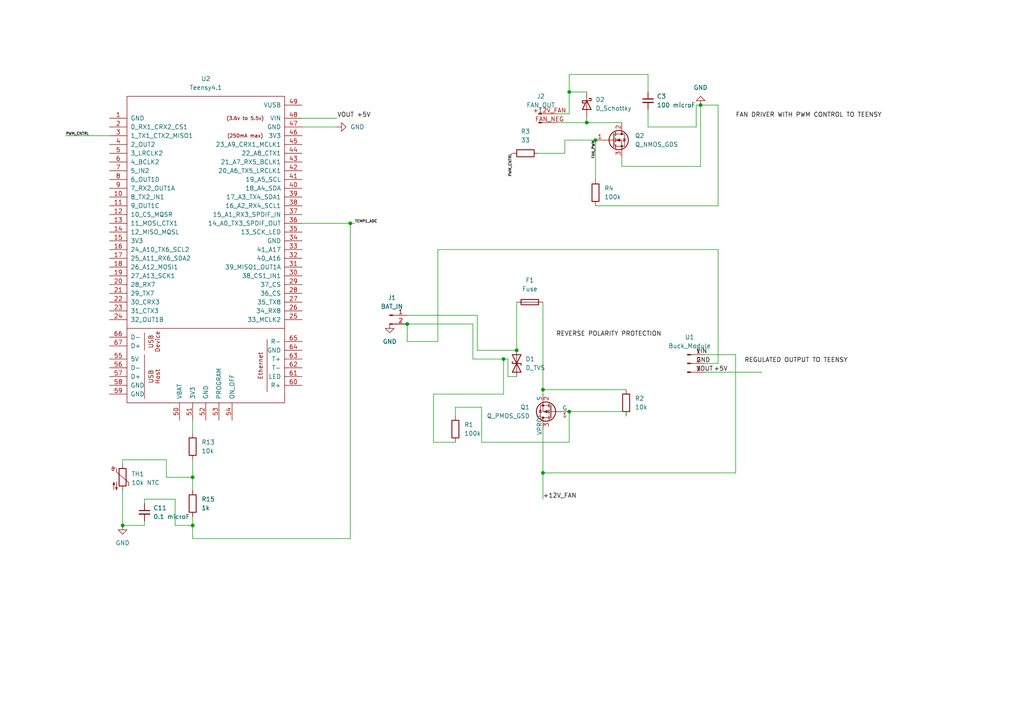
<source format=kicad_sch>
(kicad_sch (version 20250114) (generator "eeschema") (generator_version "9.0")
  (paper "A4")
  (lib_symbols
    (symbol "Conn_01x02_Pin_1" (pin_names (offset 1.016) (hide yes))
      (property "Reference" "J2" (at 0.635 5.08 0))
      (property "Value" "FAN_OUT" (at 0.635 2.54 0))
      (symbol "Conn_01x02_Pin_1_1_1"
        (rectangle (start 0.8636 0.127) (end 0 -0.127) (stroke (width 0.1524)) (fill (type outline)))
        (rectangle (start 0.8636 -2.413) (end 0 -2.667) (stroke (width 0.1524)) (fill (type outline)))
        (polyline (pts (xy 1.27 0) (xy 0.8636 0)) (stroke (width 0.1524)))
        (polyline (pts (xy 1.27 -2.54) (xy 0.8636 -2.54)) (stroke (width 0.1524)))
        (pin passive line (at 5.08 0 180) (length 3.81) (name "Pin_1") (number "+12V_FAN"))
        (pin passive line (at 5.08 -2.54 180) (length 3.81) (name "Pin_2") (number "FAN_NEG"))
      )
    )
    (symbol "Connector:Conn_01x02_Pin" (pin_names (offset 1.016) (hide yes))
      (property "Reference" "J" (at 0 2.54 0))
      (property "Value" "Conn_01x02_Pin" (at 0 -5.08 0))
      (symbol "Conn_01x02_Pin_1_1"
        (rectangle (start 0.8636 0.127) (end 0 -0.127) (stroke (width 0.1524)) (fill (type outline)))
        (rectangle (start 0.8636 -2.413) (end 0 -2.667) (stroke (width 0.1524)) (fill (type outline)))
        (polyline (pts (xy 1.27 0) (xy 0.8636 0)) (stroke (width 0.1524)))
        (polyline (pts (xy 1.27 -2.54) (xy 0.8636 -2.54)) (stroke (width 0.1524)))
        (pin passive line (at 5.08 0 180) (length 3.81) (name "Pin_1") (number "1"))
        (pin passive line (at 5.08 -2.54 180) (length 3.81) (name "Pin_2") (number "2"))
      )
    )
    (symbol "Connector:Conn_01x03_Pin" (pin_names (offset 1.016) (hide yes))
      (property "Reference" "J" (at 0 5.08 0))
      (property "Value" "Conn_01x03_Pin" (at 0 -5.08 0))
      (symbol "Conn_01x03_Pin_1_1"
        (rectangle (start 0.8636 2.667) (end 0 2.413) (stroke (width 0.1524)) (fill (type outline)))
        (rectangle (start 0.8636 0.127) (end 0 -0.127) (stroke (width 0.1524)) (fill (type outline)))
        (rectangle (start 0.8636 -2.413) (end 0 -2.667) (stroke (width 0.1524)) (fill (type outline)))
        (polyline (pts (xy 1.27 2.54) (xy 0.8636 2.54)) (stroke (width 0.1524)))
        (polyline (pts (xy 1.27 0) (xy 0.8636 0)) (stroke (width 0.1524)))
        (polyline (pts (xy 1.27 -2.54) (xy 0.8636 -2.54)) (stroke (width 0.1524)))
        (pin passive line (at 5.08 2.54 180) (length 3.81) (name "Pin_1") (number "1"))
        (pin passive line (at 5.08 0 180) (length 3.81) (name "Pin_2") (number "2"))
        (pin passive line (at 5.08 -2.54 180) (length 3.81) (name "Pin_3") (number "3"))
      )
    )
    (symbol "Device:C_Small" (pin_numbers (hide yes)) (pin_names (offset 0.254) (hide yes))
      (property "Reference" "C" (at 0.254 1.778 0))
      (property "Value" "C_Small" (at 0.254 -2.032 0))
      (symbol "C_Small_0_1"
        (polyline (pts (xy -1.524 0.508) (xy 1.524 0.508)) (stroke (width 0.3048)))
        (polyline (pts (xy -1.524 -0.508) (xy 1.524 -0.508)) (stroke (width 0.3302)))
      )
      (symbol "C_Small_1_1"
        (pin passive line (at 0 2.54 270) (length 2.032) (name "~") (number "1"))
        (pin passive line (at 0 -2.54 90) (length 2.032) (name "~") (number "2"))
      )
    )
    (symbol "Device:D_Schottky" (pin_numbers (hide yes)) (pin_names (offset 1.016) (hide yes))
      (property "Reference" "D" (at 0 2.54 0))
      (property "Value" "D_Schottky" (at 0 -2.54 0))
      (symbol "D_Schottky_0_1"
        (polyline (pts (xy -1.905 0.635) (xy -1.905 1.27) (xy -1.27 1.27) (xy -1.27 -1.27) (xy -0.635 -1.27) (xy -0.635 -0.635)) (stroke (width 0.254)))
        (polyline (pts (xy 1.27 1.27) (xy 1.27 -1.27) (xy -1.27 0) (xy 1.27 1.27)) (stroke (width 0.254)))
        (polyline (pts (xy 1.27 0) (xy -1.27 0)))
      )
      (symbol "D_Schottky_1_1"
        (pin passive line (at -3.81 0 0) (length 2.54) (name "K") (number "1"))
        (pin passive line (at 3.81 0 180) (length 2.54) (name "A") (number "2"))
      )
    )
    (symbol "Device:D_TVS" (pin_numbers (hide yes)) (pin_names (offset 1.016) (hide yes))
      (property "Reference" "D" (at 0 2.54 0))
      (property "Value" "D_TVS" (at 0 -2.54 0))
      (symbol "D_TVS_0_1"
        (polyline (pts (xy -2.54 1.27) (xy -2.54 -1.27) (xy 2.54 1.27) (xy 2.54 -1.27) (xy -2.54 1.27)) (stroke (width 0.254)))
        (polyline (pts (xy 0.508 1.27) (xy 0 1.27) (xy 0 -1.27) (xy -0.508 -1.27)) (stroke (width 0.254)))
        (polyline (pts (xy 1.27 0) (xy -1.27 0)))
      )
      (symbol "D_TVS_1_1"
        (pin passive line (at -3.81 0 0) (length 2.54) (name "A1") (number "1"))
        (pin passive line (at 3.81 0 180) (length 2.54) (name "A2") (number "2"))
      )
    )
    (symbol "Device:Fuse" (pin_numbers (hide yes)) (pin_names (offset 0))
      (property "Reference" "F" (at 2.032 0 90))
      (property "Value" "Fuse" (at -1.905 0 90))
      (symbol "Fuse_0_1"
        (rectangle (start -0.762 -2.54) (end 0.762 2.54) (stroke (width 0.254)))
        (polyline (pts (xy 0 2.54) (xy 0 -2.54)))
      )
      (symbol "Fuse_1_1"
        (pin passive line (at 0 3.81 270) (length 1.27) (name "~") (number "1"))
        (pin passive line (at 0 -3.81 90) (length 1.27) (name "~") (number "2"))
      )
    )
    (symbol "Device:R" (pin_numbers (hide yes)) (pin_names (offset 0))
      (property "Reference" "R" (at 2.032 0 90))
      (property "Value" "R" (at 0 0 90))
      (symbol "R_0_1"
        (rectangle (start -1.016 -2.54) (end 1.016 2.54) (stroke (width 0.254)))
      )
      (symbol "R_1_1"
        (pin passive line (at 0 3.81 270) (length 1.27) (name "~") (number "1"))
        (pin passive line (at 0 -3.81 90) (length 1.27) (name "~") (number "2"))
      )
    )
    (symbol "Device:Thermistor_NTC" (pin_numbers (hide yes)) (pin_names (offset 0))
      (property "Reference" "TH" (at -4.445 0 90))
      (property "Value" "Thermistor_NTC" (at 3.175 0 90))
      (symbol "Thermistor_NTC_0_1"
        (arc (start -3.175 2.413) (mid -3.0506 2.3165) (end -3.048 2.159))
        (arc (start -3.048 2.794) (mid -2.9736 2.9736) (end -2.794 3.048))
        (arc (start -2.794 3.048) (mid -2.6144 2.9736) (end -2.54 2.794))
        (arc (start -2.794 2.54) (mid -2.9736 2.6144) (end -3.048 2.794))
        (arc (start -2.794 1.905) (mid -2.9736 1.9794) (end -3.048 2.159))
        (arc (start -2.54 2.159) (mid -2.6144 1.9794) (end -2.794 1.905))
        (arc (start -2.159 2.794) (mid -2.434 2.5608) (end -2.794 2.54))
        (polyline (pts (xy -2.54 2.159) (xy -2.54 2.794)))
        (polyline (pts (xy -2.54 -3.683) (xy -2.54 -1.397) (xy -2.794 -2.159) (xy -2.286 -2.159) (xy -2.54 -1.397) (xy -2.54 -1.651)) (fill (type outline)))
        (polyline (pts (xy -1.778 2.54) (xy -1.778 1.524) (xy 1.778 -1.524) (xy 1.778 -2.54)))
        (polyline (pts (xy -1.778 -1.397) (xy -1.778 -3.683) (xy -2.032 -2.921) (xy -1.524 -2.921) (xy -1.778 -3.683) (xy -1.778 -3.429)) (fill (type outline)))
        (rectangle (start -1.016 2.54) (end 1.016 -2.54) (stroke (width 0.254)))
      )
      (symbol "Thermistor_NTC_1_1"
        (pin passive line (at 0 3.81 270) (length 1.27) (name "~") (number "1"))
        (pin passive line (at 0 -3.81 90) (length 1.27) (name "~") (number "2"))
      )
    )
    (symbol "Transistor_FET:Q_NMOS_GDS" (pin_names (offset 0) (hide yes))
      (property "Reference" "Q" (at 5.08 1.905 0))
      (property "Value" "Q_NMOS_GDS" (at 5.08 0 0))
      (symbol "Q_NMOS_GDS_0_1"
        (polyline (pts (xy 0.254 1.905) (xy 0.254 -1.905)) (stroke (width 0.254)))
        (polyline (pts (xy 0.254 0) (xy -2.54 0)))
        (polyline (pts (xy 0.762 2.286) (xy 0.762 1.27)) (stroke (width 0.254)))
        (polyline (pts (xy 0.762 0.508) (xy 0.762 -0.508)) (stroke (width 0.254)))
        (polyline (pts (xy 0.762 -1.27) (xy 0.762 -2.286)) (stroke (width 0.254)))
        (polyline (pts (xy 0.762 -1.778) (xy 3.302 -1.778) (xy 3.302 1.778) (xy 0.762 1.778)))
        (polyline (pts (xy 1.016 0) (xy 2.032 0.381) (xy 2.032 -0.381) (xy 1.016 0)) (fill (type outline)))
        (circle (center 1.651 0) (radius 2.794) (stroke (width 0.254)))
        (polyline (pts (xy 2.54 2.54) (xy 2.54 1.778)))
        (circle (center 2.54 1.778) (radius 0.254) (fill (type outline)))
        (circle (center 2.54 -1.778) (radius 0.254) (fill (type outline)))
        (polyline (pts (xy 2.54 -2.54) (xy 2.54 0) (xy 0.762 0)))
        (polyline (pts (xy 2.921 0.381) (xy 3.683 0.381)))
        (polyline (pts (xy 3.302 0.381) (xy 2.921 -0.254) (xy 3.683 -0.254) (xy 3.302 0.381)))
      )
      (symbol "Q_NMOS_GDS_1_1"
        (pin input line (at -5.08 0 0) (length 2.54) (name "G") (number "1"))
        (pin passive line (at 2.54 5.08 270) (length 2.54) (name "D") (number "2"))
        (pin passive line (at 2.54 -5.08 90) (length 2.54) (name "S") (number "3"))
      )
    )
    (symbol "Transistor_FET:Q_PMOS_GSD" (pin_names (offset 0))
      (property "Reference" "Q1" (at 6.35 -1.2701 0))
      (property "Value" "Q_PMOS_GSD" (at 6.35 1.2699 0))
      (symbol "Q_PMOS_GSD_0_1"
        (polyline (pts (xy 0.254 1.905) (xy 0.254 -1.905)) (stroke (width 0.254)))
        (polyline (pts (xy 0.254 0) (xy -2.54 0)))
        (polyline (pts (xy 0.762 2.286) (xy 0.762 1.27)) (stroke (width 0.254)))
        (polyline (pts (xy 0.762 1.778) (xy 3.302 1.778) (xy 3.302 -1.778) (xy 0.762 -1.778)))
        (polyline (pts (xy 0.762 0.508) (xy 0.762 -0.508)) (stroke (width 0.254)))
        (polyline (pts (xy 0.762 -1.27) (xy 0.762 -2.286)) (stroke (width 0.254)))
        (circle (center 1.651 0) (radius 2.794) (stroke (width 0.254)))
        (polyline (pts (xy 2.286 0) (xy 1.27 0.381) (xy 1.27 -0.381) (xy 2.286 0)) (fill (type outline)))
        (polyline (pts (xy 2.54 2.54) (xy 2.54 1.778)))
        (circle (center 2.54 1.778) (radius 0.254) (fill (type outline)))
        (circle (center 2.54 -1.778) (radius 0.254) (fill (type outline)))
        (polyline (pts (xy 2.54 -2.54) (xy 2.54 0) (xy 0.762 0)))
        (polyline (pts (xy 2.921 -0.381) (xy 3.683 -0.381)))
        (polyline (pts (xy 3.302 -0.381) (xy 2.921 0.254) (xy 3.683 0.254) (xy 3.302 -0.381)))
      )
      (symbol "Q_PMOS_GSD_1_1"
        (pin input line (at -5.08 0 0) (length 2.54) (name "G") (number "1"))
        (pin passive line (at 2.54 5.08 270) (length 2.54) (name "VPROT") (number "3"))
        (pin passive line (at 2.54 -5.08 90) (length 2.54) (name "S") (number "2"))
      )
    )
    (symbol "power:GND" (power) (pin_numbers (hide yes)) (pin_names (offset 0) (hide yes))
      (property "Value" "GND" (at 0 -3.81 0))
      (symbol "GND_0_1"
        (polyline (pts (xy 0 0) (xy 0 -1.27) (xy 1.27 -1.27) (xy 0 -2.54) (xy -1.27 -1.27) (xy 0 -1.27)))
      )
      (symbol "GND_1_1"
        (pin power_in line (at 0 0 270) (length 0) (name "~") (number "1"))
      )
    )
    (symbol "teensy:Teensy4.1" (pin_names (offset 1.016))
      (property "Reference" "U" (at 0 64.77 0))
      (property "Value" "Teensy4.1" (at 0 62.23 0))
      (symbol "Teensy4.1_0_0"
        (polyline (pts (xy -22.86 -6.35) (xy 22.86 -6.35)))
        (polyline (pts (xy -17.78 -7.62) (xy -17.78 -12.7)))
        (polyline (pts (xy -17.78 -26.67) (xy -17.78 -13.97)))
        (polyline (pts (xy 17.78 -9.525) (xy 17.78 -24.765)))
        (text "USB" (at -15.875 -10.16 900) (effects (font (size 1.27 1.27))))
        (text "USB" (at -15.875 -20.32 900) (effects (font (size 1.27 1.27))))
        (text "Device" (at -13.97 -10.16 900) (effects (font (size 1.27 1.27))))
        (text "Host" (at -13.97 -20.32 900) (effects (font (size 1.27 1.27))))
        (text "(3.6v to 5.5v)" (at 11.43 54.61 0) (effects (font (size 1.016 1.016))))
        (text "(250mA max)" (at 11.43 49.53 0) (effects (font (size 1.016 1.016))))
        (text "Ethernet" (at 15.875 -17.145 900) (effects (font (size 1.27 1.27))))
        (pin bidirectional line (at -27.94 44.45 0) (length 5.08) (name "3_LRCLK2") (number "5"))
        (pin bidirectional line (at -27.94 41.91 0) (length 5.08) (name "4_BCLK2") (number "6"))
        (pin bidirectional line (at -27.94 39.37 0) (length 5.08) (name "5_IN2") (number "7"))
        (pin bidirectional line (at -27.94 36.83 0) (length 5.08) (name "6_OUT1D") (number "8"))
        (pin bidirectional line (at -27.94 34.29 0) (length 5.08) (name "7_RX2_OUT1A") (number "9"))
        (pin bidirectional line (at -27.94 31.75 0) (length 5.08) (name "8_TX2_IN1") (number "10"))
        (pin bidirectional line (at -27.94 29.21 0) (length 5.08) (name "9_OUT1C") (number "11"))
        (pin bidirectional line (at -27.94 26.67 0) (length 5.08) (name "10_CS_MQSR") (number "12"))
        (pin bidirectional line (at -27.94 24.13 0) (length 5.08) (name "11_MOSI_CTX1") (number "13"))
        (pin bidirectional line (at -27.94 21.59 0) (length 5.08) (name "12_MISO_MQSL") (number "14"))
        (pin power_in line (at -27.94 19.05 0) (length 5.08) (name "3V3") (number "15"))
        (pin bidirectional line (at -27.94 16.51 0) (length 5.08) (name "24_A10_TX6_SCL2") (number "16"))
        (pin bidirectional line (at -27.94 13.97 0) (length 5.08) (name "25_A11_RX6_SDA2") (number "17"))
        (pin bidirectional line (at -27.94 11.43 0) (length 5.08) (name "26_A12_MOSI1") (number "18"))
        (pin bidirectional line (at -27.94 8.89 0) (length 5.08) (name "27_A13_SCK1") (number "19"))
        (pin bidirectional line (at -27.94 6.35 0) (length 5.08) (name "28_RX7") (number "20"))
        (pin bidirectional line (at -27.94 3.81 0) (length 5.08) (name "29_TX7") (number "21"))
        (pin bidirectional line (at -27.94 1.27 0) (length 5.08) (name "30_CRX3") (number "22"))
        (pin bidirectional line (at -27.94 -1.27 0) (length 5.08) (name "31_CTX3") (number "23"))
        (pin bidirectional line (at -27.94 -3.81 0) (length 5.08) (name "32_OUT1B") (number "24"))
        (pin bidirectional line (at -27.94 -8.89 0) (length 5.08) (name "D-") (number "66"))
        (pin bidirectional line (at -27.94 -11.43 0) (length 5.08) (name "D+") (number "67"))
        (pin power_out line (at -27.94 -15.24 0) (length 5.08) (name "5V") (number "55"))
        (pin bidirectional line (at -27.94 -17.78 0) (length 5.08) (name "D-") (number "56"))
        (pin bidirectional line (at -27.94 -20.32 0) (length 5.08) (name "D+") (number "57"))
        (pin power_in line (at -27.94 -22.86 0) (length 5.08) (name "GND") (number "58"))
        (pin power_in line (at -27.94 -25.4 0) (length 5.08) (name "GND") (number "59"))
        (pin power_in line (at -7.62 -33.02 90) (length 5.08) (name "VBAT") (number "50"))
        (pin power_in line (at -3.81 -33.02 90) (length 5.08) (name "3V3") (number "51"))
        (pin input line (at 0 -33.02 90) (length 5.08) (name "GND") (number "52"))
        (pin input line (at 3.81 -33.02 90) (length 5.08) (name "PROGRAM") (number "53"))
        (pin input line (at 7.62 -33.02 90) (length 5.08) (name "ON_OFF") (number "54"))
        (pin power_out line (at 27.94 58.42 180) (length 5.08) (name "VUSB") (number "49"))
        (pin power_in line (at 27.94 54.61 180) (length 5.08) (name "VIN") (number "48"))
        (pin output line (at 27.94 52.07 180) (length 5.08) (name "GND") (number "47"))
        (pin output line (at 27.94 49.53 180) (length 5.08) (name "3V3") (number "46"))
        (pin bidirectional line (at 27.94 46.99 180) (length 5.08) (name "23_A9_CRX1_MCLK1") (number "45"))
        (pin bidirectional line (at 27.94 44.45 180) (length 5.08) (name "22_A8_CTX1") (number "44"))
        (pin bidirectional line (at 27.94 41.91 180) (length 5.08) (name "21_A7_RX5_BCLK1") (number "43"))
        (pin bidirectional line (at 27.94 39.37 180) (length 5.08) (name "20_A6_TX5_LRCLK1") (number "42"))
        (pin bidirectional line (at 27.94 36.83 180) (length 5.08) (name "19_A5_SCL") (number "41"))
        (pin bidirectional line (at 27.94 34.29 180) (length 5.08) (name "18_A4_SDA") (number "40"))
        (pin bidirectional line (at 27.94 31.75 180) (length 5.08) (name "17_A3_TX4_SDA1") (number "39"))
        (pin bidirectional line (at 27.94 29.21 180) (length 5.08) (name "16_A2_RX4_SCL1") (number "38"))
        (pin bidirectional line (at 27.94 26.67 180) (length 5.08) (name "15_A1_RX3_SPDIF_IN") (number "37"))
        (pin bidirectional line (at 27.94 24.13 180) (length 5.08) (name "14_A0_TX3_SPDIF_OUT") (number "36"))
        (pin bidirectional line (at 27.94 21.59 180) (length 5.08) (name "13_SCK_LED") (number "35"))
        (pin bidirectional line (at 27.94 16.51 180) (length 5.08) (name "41_A17") (number "33"))
        (pin bidirectional line (at 27.94 13.97 180) (length 5.08) (name "40_A16") (number "32"))
        (pin bidirectional line (at 27.94 11.43 180) (length 5.08) (name "39_MISO1_OUT1A") (number "31"))
        (pin bidirectional line (at 27.94 8.89 180) (length 5.08) (name "38_CS1_IN1") (number "30"))
        (pin bidirectional line (at 27.94 6.35 180) (length 5.08) (name "37_CS") (number "29"))
        (pin bidirectional line (at 27.94 3.81 180) (length 5.08) (name "36_CS") (number "28"))
        (pin bidirectional line (at 27.94 1.27 180) (length 5.08) (name "35_TX8") (number "27"))
        (pin bidirectional line (at 27.94 -1.27 180) (length 5.08) (name "34_RX8") (number "26"))
        (pin bidirectional line (at 27.94 -3.81 180) (length 5.08) (name "33_MCLK2") (number "25"))
        (pin bidirectional line (at 27.94 -10.16 180) (length 5.08) (name "R-") (number "65"))
        (pin power_in line (at 27.94 -12.7 180) (length 5.08) (name "GND") (number "64"))
        (pin bidirectional line (at 27.94 -15.24 180) (length 5.08) (name "T+") (number "63"))
        (pin bidirectional line (at 27.94 -17.78 180) (length 5.08) (name "T-") (number "62"))
        (pin bidirectional line (at 27.94 -20.32 180) (length 5.08) (name "LED") (number "61"))
        (pin bidirectional line (at 27.94 -22.86 180) (length 5.08) (name "R+") (number "60"))
      )
      (symbol "Teensy4.1_0_1"
        (rectangle (start -22.86 60.96) (end 22.86 -27.94))
        (rectangle (start -20.32 -1.27) (end -20.32 -1.27))
      )
      (symbol "Teensy4.1_1_1"
        (pin power_in line (at -27.94 54.61 0) (length 5.08) (name "GND") (number "1"))
        (pin bidirectional line (at -27.94 52.07 0) (length 5.08) (name "0_RX1_CRX2_CS1") (number "2"))
        (pin bidirectional line (at -27.94 49.53 0) (length 5.08) (name "1_TX1_CTX2_MISO1") (number "3"))
        (pin bidirectional line (at -27.94 46.99 0) (length 5.08) (name "2_OUT2") (number "4"))
        (pin power_in line (at 27.94 19.05 180) (length 5.08) (name "GND") (number "34"))
      )
    )
  )
  (junction (at 170.18 35.56))
  (junction (at 118.11 93.98))
  (junction (at 35.56 152.4))
  (junction (at 203.2 30.48))
  (junction (at 55.88 138.43))
  (junction (at 146.05 104.14))
  (junction (at 165.1 119.38))
  (junction (at 101.6 64.77))
  (junction (at 157.48 137.16))
  (junction (at 149.86 101.6))
  (junction (at 55.88 152.4))
  (junction (at 165.1 26.67))
  (junction (at 157.48 113.03))
  (junction (at 172.72 40.64))
  (wire (pts (xy 55.88 121.92) (xy 55.88 125.73)))
  (wire (pts (xy 87.63 64.77) (xy 101.6 64.77)))
  (wire (pts (xy 157.48 124.46) (xy 157.48 137.16)))
  (wire (pts (xy 181.61 119.38) (xy 181.61 120.65)))
  (wire (pts (xy 127 72.39) (xy 127 99.06)))
  (wire (pts (xy 125.73 114.3) (xy 146.05 114.3)))
  (wire (pts (xy 172.72 40.64) (xy 172.72 52.07)))
  (wire (pts (xy 163.83 44.45) (xy 163.83 40.64)))
  (wire (pts (xy 170.18 26.67) (xy 165.1 26.67)))
  (wire (pts (xy 157.48 113.03) (xy 157.48 114.3)))
  (wire (pts (xy 138.43 101.6) (xy 149.86 101.6)))
  (wire (pts (xy 157.48 87.63) (xy 157.48 113.03)))
  (wire (pts (xy 201.93 30.48) (xy 203.2 30.48)))
  (wire (pts (xy 187.96 36.83) (xy 201.93 36.83)))
  (wire (pts (xy 204.47 107.95) (xy 220.98 107.95)))
  (wire (pts (xy 180.34 45.72) (xy 180.34 48.26)))
  (wire (pts (xy 41.91 144.78) (xy 41.91 146.05)))
  (wire (pts (xy 165.1 119.38) (xy 165.1 128.27)))
  (wire (pts (xy 172.72 59.69) (xy 208.28 59.69)))
  (wire (pts (xy 208.28 59.69) (xy 208.28 30.48)))
  (wire (pts (xy 147.32 109.22) (xy 147.32 104.14)))
  (wire (pts (xy 48.26 133.35) (xy 35.56 133.35)))
  (wire (pts (xy 208.28 105.41) (xy 208.28 72.39)))
  (wire (pts (xy 55.88 152.4) (xy 50.8 152.4)))
  (wire (pts (xy 55.88 138.43) (xy 55.88 142.24)))
  (wire (pts (xy 19.05 39.37) (xy 31.75 39.37)))
  (wire (pts (xy 87.63 34.29) (xy 97.79 34.29)))
  (wire (pts (xy 139.7 118.11) (xy 132.08 118.11)))
  (wire (pts (xy 118.11 99.06) (xy 118.11 93.98)))
  (wire (pts (xy 35.56 133.35) (xy 35.56 134.62)))
  (wire (pts (xy 213.36 137.16) (xy 213.36 102.87)))
  (wire (pts (xy 157.48 137.16) (xy 157.48 144.78)))
  (wire (pts (xy 170.18 35.56) (xy 180.34 35.56)))
  (wire (pts (xy 55.88 149.86) (xy 55.88 152.4)))
  (wire (pts (xy 187.96 31.75) (xy 187.96 36.83)))
  (wire (pts (xy 41.91 151.13) (xy 41.91 152.4)))
  (wire (pts (xy 146.05 104.14) (xy 147.32 104.14)))
  (wire (pts (xy 161.29 35.56) (xy 170.18 35.56)))
  (wire (pts (xy 55.88 138.43) (xy 48.26 138.43)))
  (wire (pts (xy 163.83 40.64) (xy 172.72 40.64)))
  (wire (pts (xy 35.56 152.4) (xy 41.91 152.4)))
  (wire (pts (xy 48.26 138.43) (xy 48.26 133.35)))
  (wire (pts (xy 180.34 48.26) (xy 203.2 48.26)))
  (wire (pts (xy 161.29 33.02) (xy 165.1 33.02)))
  (wire (pts (xy 50.8 152.4) (xy 50.8 144.78)))
  (wire (pts (xy 204.47 102.87) (xy 213.36 102.87)))
  (wire (pts (xy 137.16 93.98) (xy 137.16 104.14)))
  (wire (pts (xy 181.61 119.38) (xy 165.1 119.38)))
  (wire (pts (xy 87.63 36.83) (xy 97.79 36.83)))
  (wire (pts (xy 146.05 104.14) (xy 146.05 114.3)))
  (wire (pts (xy 157.48 137.16) (xy 213.36 137.16)))
  (wire (pts (xy 118.11 93.98) (xy 137.16 93.98)))
  (wire (pts (xy 137.16 104.14) (xy 146.05 104.14)))
  (wire (pts (xy 125.73 128.27) (xy 125.73 114.3)))
  (wire (pts (xy 165.1 128.27) (xy 139.7 128.27)))
  (wire (pts (xy 139.7 128.27) (xy 139.7 118.11)))
  (wire (pts (xy 101.6 64.77) (xy 102.87 64.77)))
  (wire (pts (xy 165.1 21.59) (xy 187.96 21.59)))
  (wire (pts (xy 127 99.06) (xy 118.11 99.06)))
  (wire (pts (xy 203.2 30.48) (xy 203.2 48.26)))
  (wire (pts (xy 132.08 118.11) (xy 132.08 120.65)))
  (wire (pts (xy 138.43 91.44) (xy 118.11 91.44)))
  (wire (pts (xy 165.1 26.67) (xy 165.1 33.02)))
  (wire (pts (xy 170.18 34.29) (xy 170.18 35.56)))
  (wire (pts (xy 204.47 105.41) (xy 208.28 105.41)))
  (wire (pts (xy 156.21 44.45) (xy 163.83 44.45)))
  (wire (pts (xy 149.86 87.63) (xy 149.86 101.6)))
  (wire (pts (xy 55.88 152.4) (xy 55.88 156.21)))
  (wire (pts (xy 55.88 156.21) (xy 101.6 156.21)))
  (wire (pts (xy 208.28 72.39) (xy 127 72.39)))
  (wire (pts (xy 201.93 36.83) (xy 201.93 30.48)))
  (wire (pts (xy 138.43 91.44) (xy 138.43 101.6)))
  (wire (pts (xy 50.8 144.78) (xy 41.91 144.78)))
  (wire (pts (xy 203.2 30.48) (xy 208.28 30.48)))
  (wire (pts (xy 132.08 128.27) (xy 125.73 128.27)))
  (wire (pts (xy 187.96 21.59) (xy 187.96 26.67)))
  (wire (pts (xy 149.86 109.22) (xy 147.32 109.22)))
  (wire (pts (xy 55.88 133.35) (xy 55.88 138.43)))
  (wire (pts (xy 35.56 142.24) (xy 35.56 152.4)))
  (wire (pts (xy 157.48 113.03) (xy 181.61 113.03)))
  (wire (pts (xy 101.6 64.77) (xy 101.6 156.21)))
  (wire (pts (xy 165.1 26.67) (xy 165.1 21.59)))
  (label "PWM_CNTRL" (at 19.05 39.37 0) (effects (font (size 0.762 0.762))))
  (label "REVERSE POLARITY PROTECTION" (at 161.29 97.79 0))
  (label "GND" (at 201.93 105.41 0))
  (label "VIN" (at 201.93 102.87 0))
  (label "FAN_PWM" (at 172.72 40.64 270) (effects (font (size 0.762 0.762))))
  (label "+12V_FAN" (at 157.48 144.78 0))
  (label "TEMP1_ADC" (at 102.87 64.77 0) (effects (font (size 0.762 0.762))))
  (label "+5V" (at 207.01 107.95 0))
  (label "PWM_CNTRL" (at 148.59 44.45 270) (effects (font (size 0.762 0.762))))
  (label "VOUT" (at 201.93 107.95 0))
  (label "VOUT +5V" (at 97.79 34.29 0))
  (label "REGULATED OUTPUT TO TEENSY" (at 215.9 105.41 0))
  (label "FAN DRIVER WITH PWM CONTROL TO TEENSY" (at 213.36 34.29 0))
  (symbol (lib_id "Device:D_Schottky") (at 170.18 30.48 270) (unit 1)
    (property "Reference" "D2" (at 172.72 28.8924 90) (effects (justify left)))
    (property "Value" "D_Schottky" (at 172.72 31.4324 90) (effects (justify left)))
    (property "Description" "Schottky diode" (effects (hide yes)))
  )
  (symbol (lib_id "Transistor_FET:Q_NMOS_GDS") (at 177.8 40.64 0) (unit 1)
    (property "Reference" "Q2" (at 184.15 39.3699 0) (effects (justify left)))
    (property "Value" "Q_NMOS_GDS" (at 184.15 41.9099 0) (effects (justify left)))
    (property "Description" "N-MOSFET transistor, gate/drain/source" (effects (hide yes)))
  )
  (symbol (lib_id "Device:R") (at 172.72 55.88 0) (unit 1)
    (property "Reference" "R4" (at 175.26 54.6099 0) (effects (justify left)))
    (property "Value" "100k" (at 175.26 57.1499 0) (effects (justify left)))
    (property "Description" "Resistor" (effects (hide yes)))
  )
  (symbol (lib_id "Device:R") (at 181.61 116.84 0) (unit 1)
    (property "Reference" "R2" (at 184.15 115.5699 0) (effects (justify left)))
    (property "Value" "10k" (at 184.15 118.1099 0) (effects (justify left)))
    (property "Description" "Resistor" (effects (hide yes)))
  )
  (symbol (lib_id "Device:R") (at 132.08 124.46 0) (unit 1)
    (property "Reference" "R1" (at 134.62 123.1899 0) (effects (justify left)))
    (property "Value" "100k" (at 134.62 125.7299 0) (effects (justify left)))
    (property "Description" "Resistor" (effects (hide yes)))
  )
  (symbol (lib_id "Connector:Conn_01x03_Pin") (at 199.39 105.41 0) (unit 1)
    (property "Reference" "U1" (at 200.025 97.79 0))
    (property "Value" "Buck_Module" (at 200.025 100.33 0))
    (property "Description" "Generic connector, single row, 01x03, script generated" (effects (hide yes)))
  )
  (symbol (lib_id "power:GND") (at 35.56 152.4 0) (unit 1)
    (property "Reference" "#PWR04" (effects (hide yes)))
    (property "Value" "GND" (at 35.56 157.48 0))
    (property "Description" "Power symbol creates a global label with name \"GND\" , ground" (effects (hide yes)))
  )
  (symbol (lib_id "Device:R") (at 55.88 146.05 0) (unit 1)
    (property "Reference" "R15" (at 58.42 144.7799 0) (effects (justify left)))
    (property "Value" "1k" (at 58.42 147.3199 0) (effects (justify left)))
    (property "Description" "Resistor" (effects (hide yes)))
  )
  (symbol (lib_id "Device:D_TVS") (at 149.86 105.41 270) (unit 1)
    (property "Reference" "D1" (at 152.4 104.1399 90) (effects (justify left)))
    (property "Value" "D_TVS" (at 152.4 106.6799 90) (effects (justify left)))
    (property "Description" "Bidirectional transient-voltage-suppression diode" (effects (hide yes)))
  )
  (symbol (lib_id "Device:Fuse") (at 153.67 87.63 90) (unit 1)
    (property "Reference" "F1" (at 153.67 81.28 90))
    (property "Value" "Fuse" (at 153.67 83.82 90))
    (property "Description" "Fuse" (effects (hide yes)))
  )
  (symbol (lib_id "Device:C_Small") (at 187.96 29.21 0) (unit 1)
    (property "Reference" "C3" (at 190.5 27.9462 0) (effects (justify left)))
    (property "Value" "100 microF" (at 190.5 30.4862 0) (effects (justify left)))
    (property "Description" "Unpolarized capacitor, small symbol" (effects (hide yes)))
  )
  (symbol (lib_id "Device:C_Small") (at 41.91 148.59 0) (unit 1)
    (property "Reference" "C11" (at 44.45 147.3262 0) (effects (justify left)))
    (property "Value" "0.1 microF" (at 44.45 149.8662 0) (effects (justify left)))
    (property "Description" "Unpolarized capacitor, small symbol" (effects (hide yes)))
  )
  (symbol (lib_id "power:GND") (at 97.79 36.83 90) (unit 1)
    (property "Reference" "#PWR03" (effects (hide yes)))
    (property "Value" "GND" (at 101.6 36.8299 90) (effects (justify right)))
    (property "Description" "Power symbol creates a global label with name \"GND\" , ground" (effects (hide yes)))
  )
  (symbol (lib_id "power:GND") (at 113.03 93.98 0) (unit 1)
    (property "Reference" "#PWR01" (effects (hide yes)))
    (property "Value" "GND" (at 113.03 99.06 0))
    (property "Description" "Power symbol creates a global label with name \"GND\" , ground" (effects (hide yes)))
  )
  (symbol (lib_name "Conn_01x02_Pin_1") (lib_id "Connector:Conn_01x02_Pin") (at 156.21 33.02 0) (unit 1)
    (property "Reference" "J2" (at 156.845 27.94 0))
    (property "Value" "FAN_OUT" (at 156.845 30.48 0))
    (property "Description" "Generic connector, single row, 01x02, script generated" (effects (hide yes)))
  )
  (symbol (lib_id "Device:Thermistor_NTC") (at 35.56 138.43 0) (unit 1)
    (property "Reference" "TH1" (at 38.1 137.4774 0) (effects (justify left)))
    (property "Value" "10k NTC" (at 38.1 140.0174 0) (effects (justify left)))
    (property "Description" "Temperature dependent resistor, negative temperature coefficient" (effects (hide yes)))
  )
  (symbol (lib_id "Transistor_FET:Q_PMOS_GSD") (at 160.02 119.38 180) (unit 1)
    (property "Reference" "Q1" (at 153.67 118.1099 0) (effects (justify left)))
    (property "Value" "Q_PMOS_GSD" (at 153.67 120.6499 0) (effects (justify left)))
    (property "Description" "P-MOSFET transistor, gate/source/drain" (effects (hide yes)))
  )
  (symbol (lib_id "Device:R") (at 55.88 129.54 0) (unit 1)
    (property "Reference" "R13" (at 58.42 128.2699 0) (effects (justify left)))
    (property "Value" "10k" (at 58.42 130.8099 0) (effects (justify left)))
    (property "Description" "Resistor" (effects (hide yes)))
  )
  (symbol (lib_id "power:GND") (at 203.2 30.48 180) (unit 1)
    (property "Reference" "#PWR02" (effects (hide yes)))
    (property "Value" "GND" (at 203.2 25.4 0))
    (property "Description" "Power symbol creates a global label with name \"GND\" , ground" (effects (hide yes)))
  )
  (symbol (lib_id "Device:R") (at 152.4 44.45 270) (unit 1)
    (property "Reference" "R3" (at 152.4 38.1 90))
    (property "Value" "33" (at 152.4 40.64 90))
    (property "Description" "Resistor" (effects (hide yes)))
  )
  (symbol (lib_id "teensy:Teensy4.1") (at 59.69 88.9 0) (unit 1)
    (property "Reference" "U2" (at 59.69 22.86 0))
    (property "Value" "Teensy4.1" (at 59.69 25.4 0))
  )
  (symbol (lib_id "Connector:Conn_01x02_Pin") (at 113.03 91.44 0) (unit 1)
    (property "Reference" "J1" (at 113.665 86.36 0))
    (property "Value" "BAT_IN" (at 113.665 88.9 0))
    (property "Description" "Generic connector, single row, 01x02, script generated" (effects (hide yes)))
  )
)
</source>
